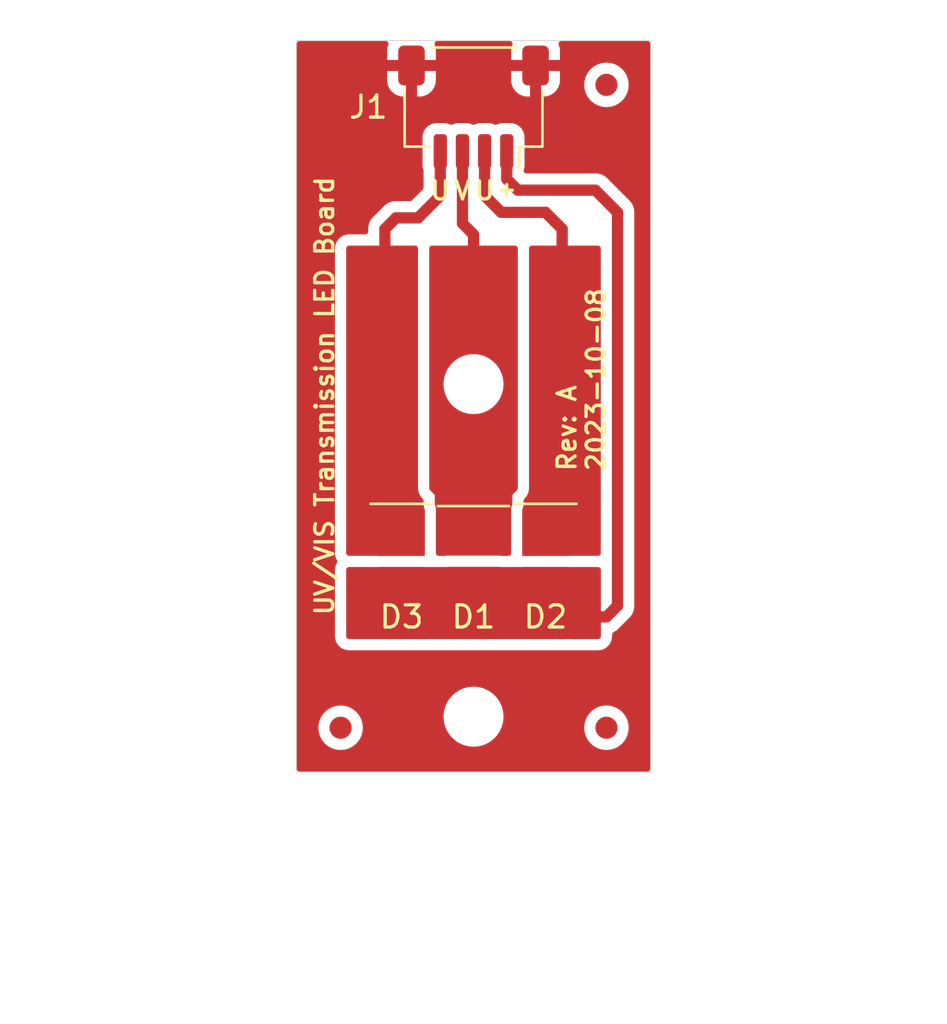
<source format=kicad_pcb>
(kicad_pcb (version 20221018) (generator pcbnew)
  (title_block (title "Printalyzer UV/VIS Densitometer - Transmission LED Al Board") (date "2023-10-08") (rev "A") (company "Dektronics, Inc.") (comment 1 "Derek Konigsberg <dkonigsberg@dektronics.com>"))
  (layers (0 "F.Cu" signal) (31 "B.Cu" signal) (34 "B.Paste" user) (35 "F.Paste" user) (36 "B.SilkS" user "B.Silkscreen") (37 "F.SilkS" user "F.Silkscreen") (38 "B.Mask" user) (39 "F.Mask" user) (44 "Edge.Cuts" user))
  (net 0 "")
  (net 1 "/VIS_LED_C")
  (net 2 "/LED_A")
  (net 3 "/UV_LED1_C")
  (net 4 "/UV_LED2_C")
  (net 5 "Earth")
  (footprint "MountingHole:MountingHole_2.2mm_M2" (layer "F.Cu") (at 120 87.5)
    (fp_text reference "H1" hide)
    (fp_text value "MountingHole")
    (pad "" np_thru_hole circle (at 0 0) (size 2.2 2.2) (drill 2.2) (layers "*.Cu" "*.Mask"))
  )
  (footprint "MountingHole:MountingHole_2.2mm_M2" (layer "F.Cu") (at 120 72.5)
    (fp_text reference "H2" hide)
    (fp_text value "MountingHole")
    (pad "" np_thru_hole circle (at 0 0) (size 2.2 2.2) (drill 2.2) (layers "*.Cu" "*.Mask"))
  )
  (footprint "lib_fp:SunLike_LED_S1S0_Narrow" (layer "F.Cu") (at 120 80 -90)
    (fp_text reference "D1" (at 3 0) (layer "F.SilkS"))
    (fp_text value "VIS LED")
    (fp_line (start -2 -1.6) (end -2 1.6) (stroke (width 0.12)) (layer "F.SilkS"))
    (pad "1" smd custom locked (at -0.785 0 270) (size 1 1) (layers "F.Cu" "F.Paste" "F.Mask") (net 1 "/VIS_LED_C") (options (clearance outline) (anchor rect)) (primitives (gr_poly (pts (xy -0.965 -1.55) (xy -0.565 -1.55) (xy -0.565 -1.185) (xy 0.965 -1.185) (xy 0.965 1.185) (xy -0.565 1.185) (xy -0.565 1.55) (xy -0.965 1.55)) (width 0) (fill yes))))
    (pad "2" smd custom locked (at 1.245 0 270) (size 1 1) (layers "F.Cu" "F.Paste" "F.Mask") (net 2 "/LED_A") (options (clearance outline) (anchor rect)) (primitives (gr_poly (pts (xy -0.505 -1.185) (xy 0.105 -1.185) (xy 0.105 -1.55) (xy 0.505 -1.55) (xy 0.505 1.55) (xy 0.105 1.55) (xy 0.105 1.185) (xy -0.505 1.185)) (width 0) (fill yes))))
  )
  (footprint "Fiducial:Fiducial_1mm_Mask2mm" (layer "F.Cu") (at 126 88 90)
    (fp_text reference "FID2" hide)
    (fp_text value "Fiducial")
    (pad "" smd circle (at 0 0 90) (size 1 1) (layers "F.Cu" "F.Mask") (clearance 0.5))
  )
  (footprint "Fiducial:Fiducial_1mm_Mask2mm" (layer "F.Cu") (at 126 59 90)
    (fp_text reference "FID3" hide)
    (fp_text value "Fiducial")
    (pad "" smd circle (at 0 0 90) (size 1 1) (layers "F.Cu" "F.Mask") (clearance 0.5))
  )
  (footprint "Fiducial:Fiducial_1mm_Mask2mm" (layer "F.Cu") (at 114 88 90)
    (fp_text reference "FID1" hide)
    (fp_text value "Fiducial")
    (pad "" smd circle (at 0 0 90) (size 1 1) (layers "F.Cu" "F.Mask") (clearance 0.5))
  )
  (footprint "Connector_JST:JST_SH_SM04B-SRSS-TB_1x04-1MP_P1.00mm_Horizontal" (layer "F.Cu") (at 120 60 180)
    (fp_text reference "J1" (at 4.75 0) (layer "F.SilkS"))
    (fp_text value "Conn_01x04")
    (fp_line (start -3.11 -1.785) (end -2.06 -1.785) (stroke (width 0.12)) (layer "F.SilkS"))
    (fp_line (start -3.11 0.715) (end -3.11 -1.785) (stroke (width 0.12)) (layer "F.SilkS"))
    (fp_line (start -2.06 -1.785) (end -2.06 -2.775) (stroke (width 0.12)) (layer "F.SilkS"))
    (fp_line (start -1.94 2.685) (end 1.94 2.685) (stroke (width 0.12)) (layer "F.SilkS"))
    (fp_line (start 3.11 -1.785) (end 2.06 -1.785) (stroke (width 0.12)) (layer "F.SilkS"))
    (fp_line (start 3.11 0.715) (end 3.11 -1.785) (stroke (width 0.12)) (layer "F.SilkS"))
    (pad "1" smd roundrect (at -1.5 -2 180) (size 0.6 1.55) (layers "F.Cu" "F.Paste" "F.Mask") (net 2 "/LED_A"))
    (pad "2" smd roundrect (at -0.5 -2 180) (size 0.6 1.55) (layers "F.Cu" "F.Paste" "F.Mask") (net 3 "/UV_LED1_C"))
    (pad "3" smd roundrect (at 0.5 -2 180) (size 0.6 1.55) (layers "F.Cu" "F.Paste" "F.Mask") (net 1 "/VIS_LED_C"))
    (pad "4" smd roundrect (at 1.5 -2 180) (size 0.6 1.55) (layers "F.Cu" "F.Paste" "F.Mask") (net 4 "/UV_LED2_C"))
    (pad "MP" smd roundrect (at -2.8 1.875 180) (size 1.2 1.8) (layers "F.Cu" "F.Paste" "F.Mask") (roundrect_rratio 0.2083333333) (net 5 "Earth"))
    (pad "MP" smd roundrect (at 2.8 1.875 180) (size 1.2 1.8) (layers "F.Cu" "F.Paste" "F.Mask") (roundrect_rratio 0.2083333333) (net 5 "Earth"))
  )
  (footprint "lib_fp:LED_WL-SUTW-2835_Narrow" (layer "F.Cu") (at 123.25 80 -90)
    (fp_text reference "D2" (at 3 0) (layer "F.SilkS"))
    (fp_text value "UV LED")
    (fp_line (start -2.1 -1.4) (end -2.1 1.4) (stroke (width 0.12)) (layer "F.SilkS"))
    (pad "1" smd rect (at -0.8 0 270) (size 2.1 2.1) (layers "F.Cu" "F.Paste" "F.Mask") (net 3 "/UV_LED1_C"))
    (pad "2" smd rect (at 1.3 0 270) (size 1.1 2.1) (layers "F.Cu" "F.Paste" "F.Mask") (net 2 "/LED_A"))
  )
  (footprint "lib_fp:LED_WL-SUTW-2835_Narrow" (layer "F.Cu") (at 116.75 80 -90)
    (fp_text reference "D3" (at 3 0) (layer "F.SilkS"))
    (fp_text value "UV LED")
    (fp_line (start -2.1 -1.4) (end -2.1 1.4) (stroke (width 0.12)) (layer "F.SilkS"))
    (pad "1" smd rect (at -0.8 0 270) (size 2.1 2.1) (layers "F.Cu" "F.Paste" "F.Mask") (net 4 "/UV_LED2_C"))
    (pad "2" smd rect (at 1.3 0 270) (size 1.1 2.1) (layers "F.Cu" "F.Paste" "F.Mask") (net 2 "/LED_A"))
  )
  (gr_line (start 121.5 63.5) (end 121.5 64) (stroke (width 0.1524)) (layer "F.SilkS"))
  (gr_line (start 121.25 63.75) (end 121.75 63.75) (stroke (width 0.1524)) (layer "F.SilkS"))
  (gr_line (start 112 57) (end 112 90) (stroke (width 0.0381)) (layer "Edge.Cuts"))
  (gr_line (start 112 90) (end 128 90) (stroke (width 0.0381)) (layer "Edge.Cuts"))
  (gr_line (start 128 90) (end 128 57) (stroke (width 0.0381)) (layer "Edge.Cuts"))
  (gr_line (start 128 57) (end 112 57) (stroke (width 0.0381)) (layer "Edge.Cuts"))
  (gr_text "UV/VIS Transmission LED Board" (at 113.75 83 90) (layer "F.SilkS") (effects (font (size 0.8128 0.8128) (thickness 0.1524) bold) (justify left bottom)))
  (gr_text "U" (at 120.5 64.25) (layer "F.SilkS") (effects (font (size 0.8128 0.8128) (thickness 0.1524) bold) (justify bottom mirror)))
  (gr_text "Rev: ${REVISION}\n${ISSUE_DATE}" (at 126 76.5 90) (layer "F.SilkS") (effects (font (size 0.8128 0.8128) (thickness 0.1524) bold) (justify left bottom)))
  (gr_text "U" (at 118.5 64.25) (layer "F.SilkS") (effects (font (size 0.8128 0.8128) (thickness 0.1524) bold) (justify bottom mirror)))
  (gr_text "V" (at 119.5 64.25) (layer "F.SilkS") (effects (font (size 0.8128 0.8128) (thickness 0.1524) bold) (justify bottom mirror)))
  (segment (start 120 65.75) (end 119.5 65.25) (width 0.508) (layer "F.Cu") (net 1))
  (segment (start 120 67) (end 120 65.75) (width 0.508) (layer "F.Cu") (net 1))
  (segment (start 119.5 65.25) (end 119.5 62) (width 0.508) (layer "F.Cu") (net 1))
  (segment (start 126.5 82.5) (end 126 83) (width 0.508) (layer "F.Cu") (net 2))
  (segment (start 122 63.75) (end 125.5 63.75) (width 0.508) (layer "F.Cu") (net 2))
  (segment (start 125.5 63.75) (end 126.5 64.75) (width 0.508) (layer "F.Cu") (net 2))
  (segment (start 121.5 63.25) (end 122 63.75) (width 0.508) (layer "F.Cu") (net 2))
  (segment (start 121.5 62) (end 121.5 63.25) (width 0.508) (layer "F.Cu") (net 2))
  (segment (start 126.5 64.75) (end 126.5 82.5) (width 0.508) (layer "F.Cu") (net 2))
  (segment (start 126 83) (end 125.25 83) (width 0.508) (layer "F.Cu") (net 2))
  (segment (start 123.25 64.75) (end 121.25 64.75) (width 0.508) (layer "F.Cu") (net 3))
  (segment (start 124 65.5) (end 123.25 64.75) (width 0.508) (layer "F.Cu") (net 3))
  (segment (start 120.5 64) (end 120.5 62) (width 0.508) (layer "F.Cu") (net 3))
  (segment (start 121.25 64.75) (end 120.5 64) (width 0.508) (layer "F.Cu") (net 3))
  (segment (start 124 67) (end 124 65.5) (width 0.508) (layer "F.Cu") (net 3))
  (segment (start 118.5 64) (end 117.5 65) (width 0.508) (layer "F.Cu") (net 4))
  (segment (start 116 65.5) (end 116 67) (width 0.508) (layer "F.Cu") (net 4))
  (segment (start 116.5 65) (end 116 65.5) (width 0.508) (layer "F.Cu") (net 4))
  (segment (start 117.5 65) (end 116.5 65) (width 0.508) (layer "F.Cu") (net 4))
  (segment (start 118.5 62) (end 118.5 64) (width 0.508) (layer "F.Cu") (net 4))
  (zone (net 2) (net_name "/LED_A") (layer "F.Cu") (priority 6) (connect_pads (clearance 0.5)) (min_thickness 0.25) (fill yes (thermal_gap 0.5) (thermal_bridge_width 0.5))
    (polygon (pts (xy 114.25 84) (xy 114.25 80.75) (xy 125.75 80.75) (xy 125.75 84)))
  )
  (zone (net 3) (net_name "/UV_LED1_C") (layer "F.Cu") (priority 1) (connect_pads yes (clearance 0.5)) (min_thickness 0.25) (fill yes (thermal_gap 0.5) (thermal_bridge_width 0.5))
    (polygon (pts (xy 122.2 80.25) (xy 125.75 80.25) (xy 125.75 66.25) (xy 122.2 66.25)))
  )
  (zone (net 4) (net_name "/UV_LED2_C") (layer "F.Cu") (priority 1) (connect_pads yes (clearance 0.5)) (min_thickness 0.25) (fill yes (thermal_gap 0.5) (thermal_bridge_width 0.5))
    (polygon (pts (xy 117.8 80.25) (xy 114.25 80.25) (xy 114.25 66.25) (xy 117.8 66.25)))
  )
  (zone (net 5) (net_name "Earth") (layer "F.Cu") (connect_pads (clearance 0.5)) (min_thickness 0.25) (fill yes (thermal_gap 0.5) (thermal_bridge_width 0.5))
    (polygon (pts (xy 112 57) (xy 128 57) (xy 128 90) (xy 112 90)))
  )
  (zone (net 1) (net_name "/VIS_LED_C") (layer "F.Cu") (priority 2) (connect_pads yes (clearance 0.5)) (min_thickness 0.25) (fill yes (thermal_gap 0.5) (thermal_bridge_width 0.5))
    (polygon (pts (xy 118.25 80.25) (xy 118.25 77.5) (xy 118 77.25) (xy 118 66.25) (xy 122 66.25) (xy 122 77.25) (xy 121.75 77.5) (xy 121.75 80.25)))
  )
)
</source>
